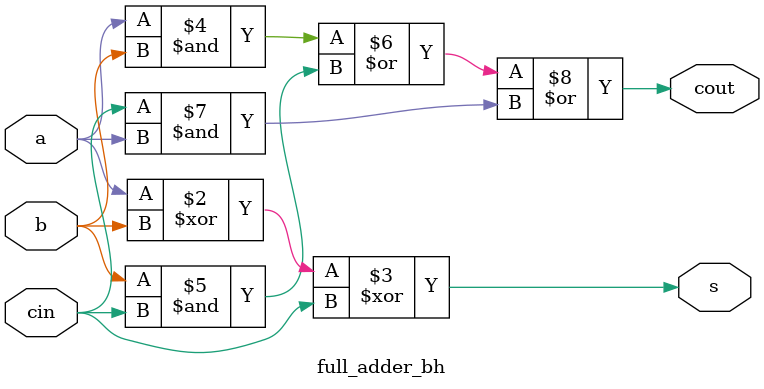
<source format=v>

`timescale 1ps / 1ps


module full_adder_bh ( s ,cout ,a ,b ,cin );

input a ,b ,cin;
output reg s ,cout;

always @(a ,b ,cin)
	begin
		s =a^b^cin;
		cout = a&b | b&cin | cin&a;
	end									   				   
endmodule

</source>
